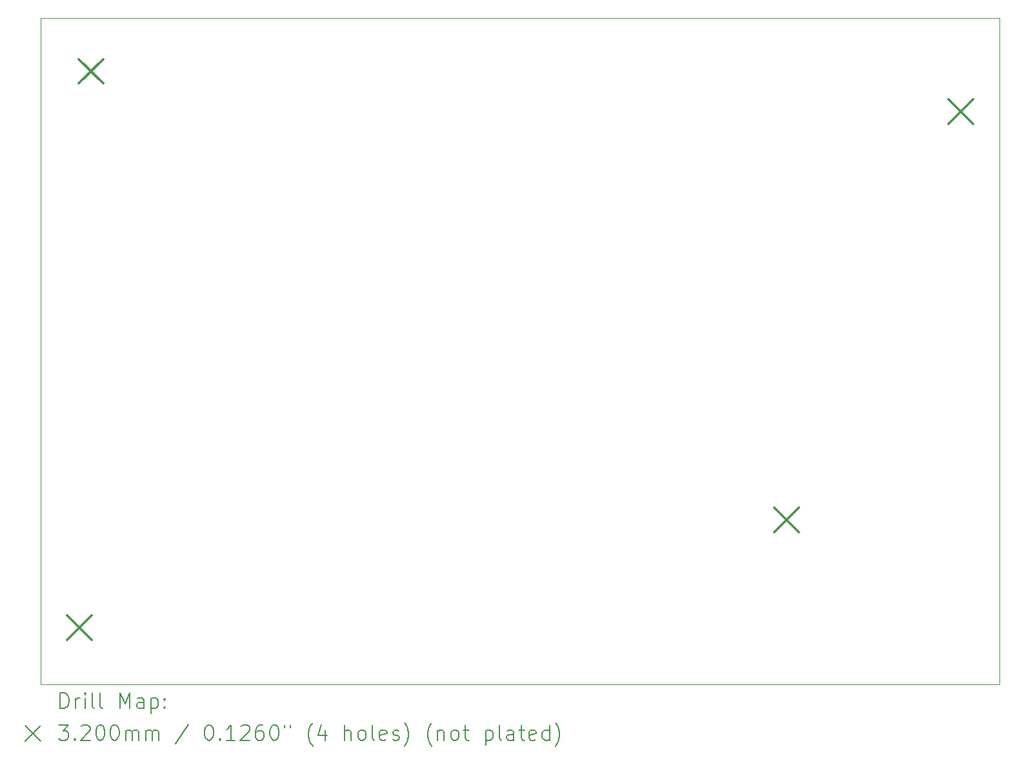
<source format=gbr>
%TF.GenerationSoftware,KiCad,Pcbnew,8.0.0*%
%TF.CreationDate,2025-03-10T21:38:59+01:00*%
%TF.ProjectId,Coincidence_board,436f696e-6369-4646-956e-63655f626f61,rev?*%
%TF.SameCoordinates,Original*%
%TF.FileFunction,Drillmap*%
%TF.FilePolarity,Positive*%
%FSLAX45Y45*%
G04 Gerber Fmt 4.5, Leading zero omitted, Abs format (unit mm)*
G04 Created by KiCad (PCBNEW 8.0.0) date 2025-03-10 21:38:59*
%MOMM*%
%LPD*%
G01*
G04 APERTURE LIST*
%ADD10C,0.050000*%
%ADD11C,0.200000*%
%ADD12C,0.320000*%
G04 APERTURE END LIST*
D10*
X13450000Y-6545000D02*
X26030000Y-6545000D01*
X26030000Y-15287000D01*
X13450000Y-15287000D01*
X13450000Y-6545000D01*
D11*
D12*
X13800000Y-14380000D02*
X14120000Y-14700000D01*
X14120000Y-14380000D02*
X13800000Y-14700000D01*
X13950000Y-7080000D02*
X14270000Y-7400000D01*
X14270000Y-7080000D02*
X13950000Y-7400000D01*
X23081000Y-12971800D02*
X23401000Y-13291800D01*
X23401000Y-12971800D02*
X23081000Y-13291800D01*
X25367000Y-7612400D02*
X25687000Y-7932400D01*
X25687000Y-7612400D02*
X25367000Y-7932400D01*
D11*
X13708277Y-15600984D02*
X13708277Y-15400984D01*
X13708277Y-15400984D02*
X13755896Y-15400984D01*
X13755896Y-15400984D02*
X13784467Y-15410508D01*
X13784467Y-15410508D02*
X13803515Y-15429555D01*
X13803515Y-15429555D02*
X13813039Y-15448603D01*
X13813039Y-15448603D02*
X13822562Y-15486698D01*
X13822562Y-15486698D02*
X13822562Y-15515269D01*
X13822562Y-15515269D02*
X13813039Y-15553365D01*
X13813039Y-15553365D02*
X13803515Y-15572412D01*
X13803515Y-15572412D02*
X13784467Y-15591460D01*
X13784467Y-15591460D02*
X13755896Y-15600984D01*
X13755896Y-15600984D02*
X13708277Y-15600984D01*
X13908277Y-15600984D02*
X13908277Y-15467650D01*
X13908277Y-15505746D02*
X13917801Y-15486698D01*
X13917801Y-15486698D02*
X13927324Y-15477174D01*
X13927324Y-15477174D02*
X13946372Y-15467650D01*
X13946372Y-15467650D02*
X13965420Y-15467650D01*
X14032086Y-15600984D02*
X14032086Y-15467650D01*
X14032086Y-15400984D02*
X14022562Y-15410508D01*
X14022562Y-15410508D02*
X14032086Y-15420031D01*
X14032086Y-15420031D02*
X14041610Y-15410508D01*
X14041610Y-15410508D02*
X14032086Y-15400984D01*
X14032086Y-15400984D02*
X14032086Y-15420031D01*
X14155896Y-15600984D02*
X14136848Y-15591460D01*
X14136848Y-15591460D02*
X14127324Y-15572412D01*
X14127324Y-15572412D02*
X14127324Y-15400984D01*
X14260658Y-15600984D02*
X14241610Y-15591460D01*
X14241610Y-15591460D02*
X14232086Y-15572412D01*
X14232086Y-15572412D02*
X14232086Y-15400984D01*
X14489229Y-15600984D02*
X14489229Y-15400984D01*
X14489229Y-15400984D02*
X14555896Y-15543841D01*
X14555896Y-15543841D02*
X14622562Y-15400984D01*
X14622562Y-15400984D02*
X14622562Y-15600984D01*
X14803515Y-15600984D02*
X14803515Y-15496222D01*
X14803515Y-15496222D02*
X14793991Y-15477174D01*
X14793991Y-15477174D02*
X14774943Y-15467650D01*
X14774943Y-15467650D02*
X14736848Y-15467650D01*
X14736848Y-15467650D02*
X14717801Y-15477174D01*
X14803515Y-15591460D02*
X14784467Y-15600984D01*
X14784467Y-15600984D02*
X14736848Y-15600984D01*
X14736848Y-15600984D02*
X14717801Y-15591460D01*
X14717801Y-15591460D02*
X14708277Y-15572412D01*
X14708277Y-15572412D02*
X14708277Y-15553365D01*
X14708277Y-15553365D02*
X14717801Y-15534317D01*
X14717801Y-15534317D02*
X14736848Y-15524793D01*
X14736848Y-15524793D02*
X14784467Y-15524793D01*
X14784467Y-15524793D02*
X14803515Y-15515269D01*
X14898753Y-15467650D02*
X14898753Y-15667650D01*
X14898753Y-15477174D02*
X14917801Y-15467650D01*
X14917801Y-15467650D02*
X14955896Y-15467650D01*
X14955896Y-15467650D02*
X14974943Y-15477174D01*
X14974943Y-15477174D02*
X14984467Y-15486698D01*
X14984467Y-15486698D02*
X14993991Y-15505746D01*
X14993991Y-15505746D02*
X14993991Y-15562888D01*
X14993991Y-15562888D02*
X14984467Y-15581936D01*
X14984467Y-15581936D02*
X14974943Y-15591460D01*
X14974943Y-15591460D02*
X14955896Y-15600984D01*
X14955896Y-15600984D02*
X14917801Y-15600984D01*
X14917801Y-15600984D02*
X14898753Y-15591460D01*
X15079705Y-15581936D02*
X15089229Y-15591460D01*
X15089229Y-15591460D02*
X15079705Y-15600984D01*
X15079705Y-15600984D02*
X15070182Y-15591460D01*
X15070182Y-15591460D02*
X15079705Y-15581936D01*
X15079705Y-15581936D02*
X15079705Y-15600984D01*
X15079705Y-15477174D02*
X15089229Y-15486698D01*
X15089229Y-15486698D02*
X15079705Y-15496222D01*
X15079705Y-15496222D02*
X15070182Y-15486698D01*
X15070182Y-15486698D02*
X15079705Y-15477174D01*
X15079705Y-15477174D02*
X15079705Y-15496222D01*
X13247500Y-15829500D02*
X13447500Y-16029500D01*
X13447500Y-15829500D02*
X13247500Y-16029500D01*
X13689229Y-15820984D02*
X13813039Y-15820984D01*
X13813039Y-15820984D02*
X13746372Y-15897174D01*
X13746372Y-15897174D02*
X13774943Y-15897174D01*
X13774943Y-15897174D02*
X13793991Y-15906698D01*
X13793991Y-15906698D02*
X13803515Y-15916222D01*
X13803515Y-15916222D02*
X13813039Y-15935269D01*
X13813039Y-15935269D02*
X13813039Y-15982888D01*
X13813039Y-15982888D02*
X13803515Y-16001936D01*
X13803515Y-16001936D02*
X13793991Y-16011460D01*
X13793991Y-16011460D02*
X13774943Y-16020984D01*
X13774943Y-16020984D02*
X13717801Y-16020984D01*
X13717801Y-16020984D02*
X13698753Y-16011460D01*
X13698753Y-16011460D02*
X13689229Y-16001936D01*
X13898753Y-16001936D02*
X13908277Y-16011460D01*
X13908277Y-16011460D02*
X13898753Y-16020984D01*
X13898753Y-16020984D02*
X13889229Y-16011460D01*
X13889229Y-16011460D02*
X13898753Y-16001936D01*
X13898753Y-16001936D02*
X13898753Y-16020984D01*
X13984467Y-15840031D02*
X13993991Y-15830508D01*
X13993991Y-15830508D02*
X14013039Y-15820984D01*
X14013039Y-15820984D02*
X14060658Y-15820984D01*
X14060658Y-15820984D02*
X14079705Y-15830508D01*
X14079705Y-15830508D02*
X14089229Y-15840031D01*
X14089229Y-15840031D02*
X14098753Y-15859079D01*
X14098753Y-15859079D02*
X14098753Y-15878127D01*
X14098753Y-15878127D02*
X14089229Y-15906698D01*
X14089229Y-15906698D02*
X13974943Y-16020984D01*
X13974943Y-16020984D02*
X14098753Y-16020984D01*
X14222562Y-15820984D02*
X14241610Y-15820984D01*
X14241610Y-15820984D02*
X14260658Y-15830508D01*
X14260658Y-15830508D02*
X14270182Y-15840031D01*
X14270182Y-15840031D02*
X14279705Y-15859079D01*
X14279705Y-15859079D02*
X14289229Y-15897174D01*
X14289229Y-15897174D02*
X14289229Y-15944793D01*
X14289229Y-15944793D02*
X14279705Y-15982888D01*
X14279705Y-15982888D02*
X14270182Y-16001936D01*
X14270182Y-16001936D02*
X14260658Y-16011460D01*
X14260658Y-16011460D02*
X14241610Y-16020984D01*
X14241610Y-16020984D02*
X14222562Y-16020984D01*
X14222562Y-16020984D02*
X14203515Y-16011460D01*
X14203515Y-16011460D02*
X14193991Y-16001936D01*
X14193991Y-16001936D02*
X14184467Y-15982888D01*
X14184467Y-15982888D02*
X14174943Y-15944793D01*
X14174943Y-15944793D02*
X14174943Y-15897174D01*
X14174943Y-15897174D02*
X14184467Y-15859079D01*
X14184467Y-15859079D02*
X14193991Y-15840031D01*
X14193991Y-15840031D02*
X14203515Y-15830508D01*
X14203515Y-15830508D02*
X14222562Y-15820984D01*
X14413039Y-15820984D02*
X14432086Y-15820984D01*
X14432086Y-15820984D02*
X14451134Y-15830508D01*
X14451134Y-15830508D02*
X14460658Y-15840031D01*
X14460658Y-15840031D02*
X14470182Y-15859079D01*
X14470182Y-15859079D02*
X14479705Y-15897174D01*
X14479705Y-15897174D02*
X14479705Y-15944793D01*
X14479705Y-15944793D02*
X14470182Y-15982888D01*
X14470182Y-15982888D02*
X14460658Y-16001936D01*
X14460658Y-16001936D02*
X14451134Y-16011460D01*
X14451134Y-16011460D02*
X14432086Y-16020984D01*
X14432086Y-16020984D02*
X14413039Y-16020984D01*
X14413039Y-16020984D02*
X14393991Y-16011460D01*
X14393991Y-16011460D02*
X14384467Y-16001936D01*
X14384467Y-16001936D02*
X14374943Y-15982888D01*
X14374943Y-15982888D02*
X14365420Y-15944793D01*
X14365420Y-15944793D02*
X14365420Y-15897174D01*
X14365420Y-15897174D02*
X14374943Y-15859079D01*
X14374943Y-15859079D02*
X14384467Y-15840031D01*
X14384467Y-15840031D02*
X14393991Y-15830508D01*
X14393991Y-15830508D02*
X14413039Y-15820984D01*
X14565420Y-16020984D02*
X14565420Y-15887650D01*
X14565420Y-15906698D02*
X14574943Y-15897174D01*
X14574943Y-15897174D02*
X14593991Y-15887650D01*
X14593991Y-15887650D02*
X14622563Y-15887650D01*
X14622563Y-15887650D02*
X14641610Y-15897174D01*
X14641610Y-15897174D02*
X14651134Y-15916222D01*
X14651134Y-15916222D02*
X14651134Y-16020984D01*
X14651134Y-15916222D02*
X14660658Y-15897174D01*
X14660658Y-15897174D02*
X14679705Y-15887650D01*
X14679705Y-15887650D02*
X14708277Y-15887650D01*
X14708277Y-15887650D02*
X14727324Y-15897174D01*
X14727324Y-15897174D02*
X14736848Y-15916222D01*
X14736848Y-15916222D02*
X14736848Y-16020984D01*
X14832086Y-16020984D02*
X14832086Y-15887650D01*
X14832086Y-15906698D02*
X14841610Y-15897174D01*
X14841610Y-15897174D02*
X14860658Y-15887650D01*
X14860658Y-15887650D02*
X14889229Y-15887650D01*
X14889229Y-15887650D02*
X14908277Y-15897174D01*
X14908277Y-15897174D02*
X14917801Y-15916222D01*
X14917801Y-15916222D02*
X14917801Y-16020984D01*
X14917801Y-15916222D02*
X14927324Y-15897174D01*
X14927324Y-15897174D02*
X14946372Y-15887650D01*
X14946372Y-15887650D02*
X14974943Y-15887650D01*
X14974943Y-15887650D02*
X14993991Y-15897174D01*
X14993991Y-15897174D02*
X15003515Y-15916222D01*
X15003515Y-15916222D02*
X15003515Y-16020984D01*
X15393991Y-15811460D02*
X15222563Y-16068603D01*
X15651134Y-15820984D02*
X15670182Y-15820984D01*
X15670182Y-15820984D02*
X15689229Y-15830508D01*
X15689229Y-15830508D02*
X15698753Y-15840031D01*
X15698753Y-15840031D02*
X15708277Y-15859079D01*
X15708277Y-15859079D02*
X15717801Y-15897174D01*
X15717801Y-15897174D02*
X15717801Y-15944793D01*
X15717801Y-15944793D02*
X15708277Y-15982888D01*
X15708277Y-15982888D02*
X15698753Y-16001936D01*
X15698753Y-16001936D02*
X15689229Y-16011460D01*
X15689229Y-16011460D02*
X15670182Y-16020984D01*
X15670182Y-16020984D02*
X15651134Y-16020984D01*
X15651134Y-16020984D02*
X15632086Y-16011460D01*
X15632086Y-16011460D02*
X15622563Y-16001936D01*
X15622563Y-16001936D02*
X15613039Y-15982888D01*
X15613039Y-15982888D02*
X15603515Y-15944793D01*
X15603515Y-15944793D02*
X15603515Y-15897174D01*
X15603515Y-15897174D02*
X15613039Y-15859079D01*
X15613039Y-15859079D02*
X15622563Y-15840031D01*
X15622563Y-15840031D02*
X15632086Y-15830508D01*
X15632086Y-15830508D02*
X15651134Y-15820984D01*
X15803515Y-16001936D02*
X15813039Y-16011460D01*
X15813039Y-16011460D02*
X15803515Y-16020984D01*
X15803515Y-16020984D02*
X15793991Y-16011460D01*
X15793991Y-16011460D02*
X15803515Y-16001936D01*
X15803515Y-16001936D02*
X15803515Y-16020984D01*
X16003515Y-16020984D02*
X15889229Y-16020984D01*
X15946372Y-16020984D02*
X15946372Y-15820984D01*
X15946372Y-15820984D02*
X15927325Y-15849555D01*
X15927325Y-15849555D02*
X15908277Y-15868603D01*
X15908277Y-15868603D02*
X15889229Y-15878127D01*
X16079706Y-15840031D02*
X16089229Y-15830508D01*
X16089229Y-15830508D02*
X16108277Y-15820984D01*
X16108277Y-15820984D02*
X16155896Y-15820984D01*
X16155896Y-15820984D02*
X16174944Y-15830508D01*
X16174944Y-15830508D02*
X16184467Y-15840031D01*
X16184467Y-15840031D02*
X16193991Y-15859079D01*
X16193991Y-15859079D02*
X16193991Y-15878127D01*
X16193991Y-15878127D02*
X16184467Y-15906698D01*
X16184467Y-15906698D02*
X16070182Y-16020984D01*
X16070182Y-16020984D02*
X16193991Y-16020984D01*
X16365420Y-15820984D02*
X16327325Y-15820984D01*
X16327325Y-15820984D02*
X16308277Y-15830508D01*
X16308277Y-15830508D02*
X16298753Y-15840031D01*
X16298753Y-15840031D02*
X16279706Y-15868603D01*
X16279706Y-15868603D02*
X16270182Y-15906698D01*
X16270182Y-15906698D02*
X16270182Y-15982888D01*
X16270182Y-15982888D02*
X16279706Y-16001936D01*
X16279706Y-16001936D02*
X16289229Y-16011460D01*
X16289229Y-16011460D02*
X16308277Y-16020984D01*
X16308277Y-16020984D02*
X16346372Y-16020984D01*
X16346372Y-16020984D02*
X16365420Y-16011460D01*
X16365420Y-16011460D02*
X16374944Y-16001936D01*
X16374944Y-16001936D02*
X16384467Y-15982888D01*
X16384467Y-15982888D02*
X16384467Y-15935269D01*
X16384467Y-15935269D02*
X16374944Y-15916222D01*
X16374944Y-15916222D02*
X16365420Y-15906698D01*
X16365420Y-15906698D02*
X16346372Y-15897174D01*
X16346372Y-15897174D02*
X16308277Y-15897174D01*
X16308277Y-15897174D02*
X16289229Y-15906698D01*
X16289229Y-15906698D02*
X16279706Y-15916222D01*
X16279706Y-15916222D02*
X16270182Y-15935269D01*
X16508277Y-15820984D02*
X16527325Y-15820984D01*
X16527325Y-15820984D02*
X16546372Y-15830508D01*
X16546372Y-15830508D02*
X16555896Y-15840031D01*
X16555896Y-15840031D02*
X16565420Y-15859079D01*
X16565420Y-15859079D02*
X16574944Y-15897174D01*
X16574944Y-15897174D02*
X16574944Y-15944793D01*
X16574944Y-15944793D02*
X16565420Y-15982888D01*
X16565420Y-15982888D02*
X16555896Y-16001936D01*
X16555896Y-16001936D02*
X16546372Y-16011460D01*
X16546372Y-16011460D02*
X16527325Y-16020984D01*
X16527325Y-16020984D02*
X16508277Y-16020984D01*
X16508277Y-16020984D02*
X16489229Y-16011460D01*
X16489229Y-16011460D02*
X16479706Y-16001936D01*
X16479706Y-16001936D02*
X16470182Y-15982888D01*
X16470182Y-15982888D02*
X16460658Y-15944793D01*
X16460658Y-15944793D02*
X16460658Y-15897174D01*
X16460658Y-15897174D02*
X16470182Y-15859079D01*
X16470182Y-15859079D02*
X16479706Y-15840031D01*
X16479706Y-15840031D02*
X16489229Y-15830508D01*
X16489229Y-15830508D02*
X16508277Y-15820984D01*
X16651134Y-15820984D02*
X16651134Y-15859079D01*
X16727325Y-15820984D02*
X16727325Y-15859079D01*
X17022563Y-16097174D02*
X17013039Y-16087650D01*
X17013039Y-16087650D02*
X16993991Y-16059079D01*
X16993991Y-16059079D02*
X16984468Y-16040031D01*
X16984468Y-16040031D02*
X16974944Y-16011460D01*
X16974944Y-16011460D02*
X16965420Y-15963841D01*
X16965420Y-15963841D02*
X16965420Y-15925746D01*
X16965420Y-15925746D02*
X16974944Y-15878127D01*
X16974944Y-15878127D02*
X16984468Y-15849555D01*
X16984468Y-15849555D02*
X16993991Y-15830508D01*
X16993991Y-15830508D02*
X17013039Y-15801936D01*
X17013039Y-15801936D02*
X17022563Y-15792412D01*
X17184468Y-15887650D02*
X17184468Y-16020984D01*
X17136849Y-15811460D02*
X17089230Y-15954317D01*
X17089230Y-15954317D02*
X17213039Y-15954317D01*
X17441611Y-16020984D02*
X17441611Y-15820984D01*
X17527325Y-16020984D02*
X17527325Y-15916222D01*
X17527325Y-15916222D02*
X17517801Y-15897174D01*
X17517801Y-15897174D02*
X17498753Y-15887650D01*
X17498753Y-15887650D02*
X17470182Y-15887650D01*
X17470182Y-15887650D02*
X17451134Y-15897174D01*
X17451134Y-15897174D02*
X17441611Y-15906698D01*
X17651134Y-16020984D02*
X17632087Y-16011460D01*
X17632087Y-16011460D02*
X17622563Y-16001936D01*
X17622563Y-16001936D02*
X17613039Y-15982888D01*
X17613039Y-15982888D02*
X17613039Y-15925746D01*
X17613039Y-15925746D02*
X17622563Y-15906698D01*
X17622563Y-15906698D02*
X17632087Y-15897174D01*
X17632087Y-15897174D02*
X17651134Y-15887650D01*
X17651134Y-15887650D02*
X17679706Y-15887650D01*
X17679706Y-15887650D02*
X17698753Y-15897174D01*
X17698753Y-15897174D02*
X17708277Y-15906698D01*
X17708277Y-15906698D02*
X17717801Y-15925746D01*
X17717801Y-15925746D02*
X17717801Y-15982888D01*
X17717801Y-15982888D02*
X17708277Y-16001936D01*
X17708277Y-16001936D02*
X17698753Y-16011460D01*
X17698753Y-16011460D02*
X17679706Y-16020984D01*
X17679706Y-16020984D02*
X17651134Y-16020984D01*
X17832087Y-16020984D02*
X17813039Y-16011460D01*
X17813039Y-16011460D02*
X17803515Y-15992412D01*
X17803515Y-15992412D02*
X17803515Y-15820984D01*
X17984468Y-16011460D02*
X17965420Y-16020984D01*
X17965420Y-16020984D02*
X17927325Y-16020984D01*
X17927325Y-16020984D02*
X17908277Y-16011460D01*
X17908277Y-16011460D02*
X17898753Y-15992412D01*
X17898753Y-15992412D02*
X17898753Y-15916222D01*
X17898753Y-15916222D02*
X17908277Y-15897174D01*
X17908277Y-15897174D02*
X17927325Y-15887650D01*
X17927325Y-15887650D02*
X17965420Y-15887650D01*
X17965420Y-15887650D02*
X17984468Y-15897174D01*
X17984468Y-15897174D02*
X17993992Y-15916222D01*
X17993992Y-15916222D02*
X17993992Y-15935269D01*
X17993992Y-15935269D02*
X17898753Y-15954317D01*
X18070182Y-16011460D02*
X18089230Y-16020984D01*
X18089230Y-16020984D02*
X18127325Y-16020984D01*
X18127325Y-16020984D02*
X18146373Y-16011460D01*
X18146373Y-16011460D02*
X18155896Y-15992412D01*
X18155896Y-15992412D02*
X18155896Y-15982888D01*
X18155896Y-15982888D02*
X18146373Y-15963841D01*
X18146373Y-15963841D02*
X18127325Y-15954317D01*
X18127325Y-15954317D02*
X18098753Y-15954317D01*
X18098753Y-15954317D02*
X18079706Y-15944793D01*
X18079706Y-15944793D02*
X18070182Y-15925746D01*
X18070182Y-15925746D02*
X18070182Y-15916222D01*
X18070182Y-15916222D02*
X18079706Y-15897174D01*
X18079706Y-15897174D02*
X18098753Y-15887650D01*
X18098753Y-15887650D02*
X18127325Y-15887650D01*
X18127325Y-15887650D02*
X18146373Y-15897174D01*
X18222563Y-16097174D02*
X18232087Y-16087650D01*
X18232087Y-16087650D02*
X18251134Y-16059079D01*
X18251134Y-16059079D02*
X18260658Y-16040031D01*
X18260658Y-16040031D02*
X18270182Y-16011460D01*
X18270182Y-16011460D02*
X18279706Y-15963841D01*
X18279706Y-15963841D02*
X18279706Y-15925746D01*
X18279706Y-15925746D02*
X18270182Y-15878127D01*
X18270182Y-15878127D02*
X18260658Y-15849555D01*
X18260658Y-15849555D02*
X18251134Y-15830508D01*
X18251134Y-15830508D02*
X18232087Y-15801936D01*
X18232087Y-15801936D02*
X18222563Y-15792412D01*
X18584468Y-16097174D02*
X18574944Y-16087650D01*
X18574944Y-16087650D02*
X18555896Y-16059079D01*
X18555896Y-16059079D02*
X18546373Y-16040031D01*
X18546373Y-16040031D02*
X18536849Y-16011460D01*
X18536849Y-16011460D02*
X18527325Y-15963841D01*
X18527325Y-15963841D02*
X18527325Y-15925746D01*
X18527325Y-15925746D02*
X18536849Y-15878127D01*
X18536849Y-15878127D02*
X18546373Y-15849555D01*
X18546373Y-15849555D02*
X18555896Y-15830508D01*
X18555896Y-15830508D02*
X18574944Y-15801936D01*
X18574944Y-15801936D02*
X18584468Y-15792412D01*
X18660658Y-15887650D02*
X18660658Y-16020984D01*
X18660658Y-15906698D02*
X18670182Y-15897174D01*
X18670182Y-15897174D02*
X18689230Y-15887650D01*
X18689230Y-15887650D02*
X18717801Y-15887650D01*
X18717801Y-15887650D02*
X18736849Y-15897174D01*
X18736849Y-15897174D02*
X18746373Y-15916222D01*
X18746373Y-15916222D02*
X18746373Y-16020984D01*
X18870182Y-16020984D02*
X18851134Y-16011460D01*
X18851134Y-16011460D02*
X18841611Y-16001936D01*
X18841611Y-16001936D02*
X18832087Y-15982888D01*
X18832087Y-15982888D02*
X18832087Y-15925746D01*
X18832087Y-15925746D02*
X18841611Y-15906698D01*
X18841611Y-15906698D02*
X18851134Y-15897174D01*
X18851134Y-15897174D02*
X18870182Y-15887650D01*
X18870182Y-15887650D02*
X18898754Y-15887650D01*
X18898754Y-15887650D02*
X18917801Y-15897174D01*
X18917801Y-15897174D02*
X18927325Y-15906698D01*
X18927325Y-15906698D02*
X18936849Y-15925746D01*
X18936849Y-15925746D02*
X18936849Y-15982888D01*
X18936849Y-15982888D02*
X18927325Y-16001936D01*
X18927325Y-16001936D02*
X18917801Y-16011460D01*
X18917801Y-16011460D02*
X18898754Y-16020984D01*
X18898754Y-16020984D02*
X18870182Y-16020984D01*
X18993992Y-15887650D02*
X19070182Y-15887650D01*
X19022563Y-15820984D02*
X19022563Y-15992412D01*
X19022563Y-15992412D02*
X19032087Y-16011460D01*
X19032087Y-16011460D02*
X19051134Y-16020984D01*
X19051134Y-16020984D02*
X19070182Y-16020984D01*
X19289230Y-15887650D02*
X19289230Y-16087650D01*
X19289230Y-15897174D02*
X19308277Y-15887650D01*
X19308277Y-15887650D02*
X19346373Y-15887650D01*
X19346373Y-15887650D02*
X19365420Y-15897174D01*
X19365420Y-15897174D02*
X19374944Y-15906698D01*
X19374944Y-15906698D02*
X19384468Y-15925746D01*
X19384468Y-15925746D02*
X19384468Y-15982888D01*
X19384468Y-15982888D02*
X19374944Y-16001936D01*
X19374944Y-16001936D02*
X19365420Y-16011460D01*
X19365420Y-16011460D02*
X19346373Y-16020984D01*
X19346373Y-16020984D02*
X19308277Y-16020984D01*
X19308277Y-16020984D02*
X19289230Y-16011460D01*
X19498754Y-16020984D02*
X19479706Y-16011460D01*
X19479706Y-16011460D02*
X19470182Y-15992412D01*
X19470182Y-15992412D02*
X19470182Y-15820984D01*
X19660658Y-16020984D02*
X19660658Y-15916222D01*
X19660658Y-15916222D02*
X19651135Y-15897174D01*
X19651135Y-15897174D02*
X19632087Y-15887650D01*
X19632087Y-15887650D02*
X19593992Y-15887650D01*
X19593992Y-15887650D02*
X19574944Y-15897174D01*
X19660658Y-16011460D02*
X19641611Y-16020984D01*
X19641611Y-16020984D02*
X19593992Y-16020984D01*
X19593992Y-16020984D02*
X19574944Y-16011460D01*
X19574944Y-16011460D02*
X19565420Y-15992412D01*
X19565420Y-15992412D02*
X19565420Y-15973365D01*
X19565420Y-15973365D02*
X19574944Y-15954317D01*
X19574944Y-15954317D02*
X19593992Y-15944793D01*
X19593992Y-15944793D02*
X19641611Y-15944793D01*
X19641611Y-15944793D02*
X19660658Y-15935269D01*
X19727325Y-15887650D02*
X19803515Y-15887650D01*
X19755896Y-15820984D02*
X19755896Y-15992412D01*
X19755896Y-15992412D02*
X19765420Y-16011460D01*
X19765420Y-16011460D02*
X19784468Y-16020984D01*
X19784468Y-16020984D02*
X19803515Y-16020984D01*
X19946373Y-16011460D02*
X19927325Y-16020984D01*
X19927325Y-16020984D02*
X19889230Y-16020984D01*
X19889230Y-16020984D02*
X19870182Y-16011460D01*
X19870182Y-16011460D02*
X19860658Y-15992412D01*
X19860658Y-15992412D02*
X19860658Y-15916222D01*
X19860658Y-15916222D02*
X19870182Y-15897174D01*
X19870182Y-15897174D02*
X19889230Y-15887650D01*
X19889230Y-15887650D02*
X19927325Y-15887650D01*
X19927325Y-15887650D02*
X19946373Y-15897174D01*
X19946373Y-15897174D02*
X19955896Y-15916222D01*
X19955896Y-15916222D02*
X19955896Y-15935269D01*
X19955896Y-15935269D02*
X19860658Y-15954317D01*
X20127325Y-16020984D02*
X20127325Y-15820984D01*
X20127325Y-16011460D02*
X20108277Y-16020984D01*
X20108277Y-16020984D02*
X20070182Y-16020984D01*
X20070182Y-16020984D02*
X20051135Y-16011460D01*
X20051135Y-16011460D02*
X20041611Y-16001936D01*
X20041611Y-16001936D02*
X20032087Y-15982888D01*
X20032087Y-15982888D02*
X20032087Y-15925746D01*
X20032087Y-15925746D02*
X20041611Y-15906698D01*
X20041611Y-15906698D02*
X20051135Y-15897174D01*
X20051135Y-15897174D02*
X20070182Y-15887650D01*
X20070182Y-15887650D02*
X20108277Y-15887650D01*
X20108277Y-15887650D02*
X20127325Y-15897174D01*
X20203516Y-16097174D02*
X20213039Y-16087650D01*
X20213039Y-16087650D02*
X20232087Y-16059079D01*
X20232087Y-16059079D02*
X20241611Y-16040031D01*
X20241611Y-16040031D02*
X20251135Y-16011460D01*
X20251135Y-16011460D02*
X20260658Y-15963841D01*
X20260658Y-15963841D02*
X20260658Y-15925746D01*
X20260658Y-15925746D02*
X20251135Y-15878127D01*
X20251135Y-15878127D02*
X20241611Y-15849555D01*
X20241611Y-15849555D02*
X20232087Y-15830508D01*
X20232087Y-15830508D02*
X20213039Y-15801936D01*
X20213039Y-15801936D02*
X20203516Y-15792412D01*
M02*

</source>
